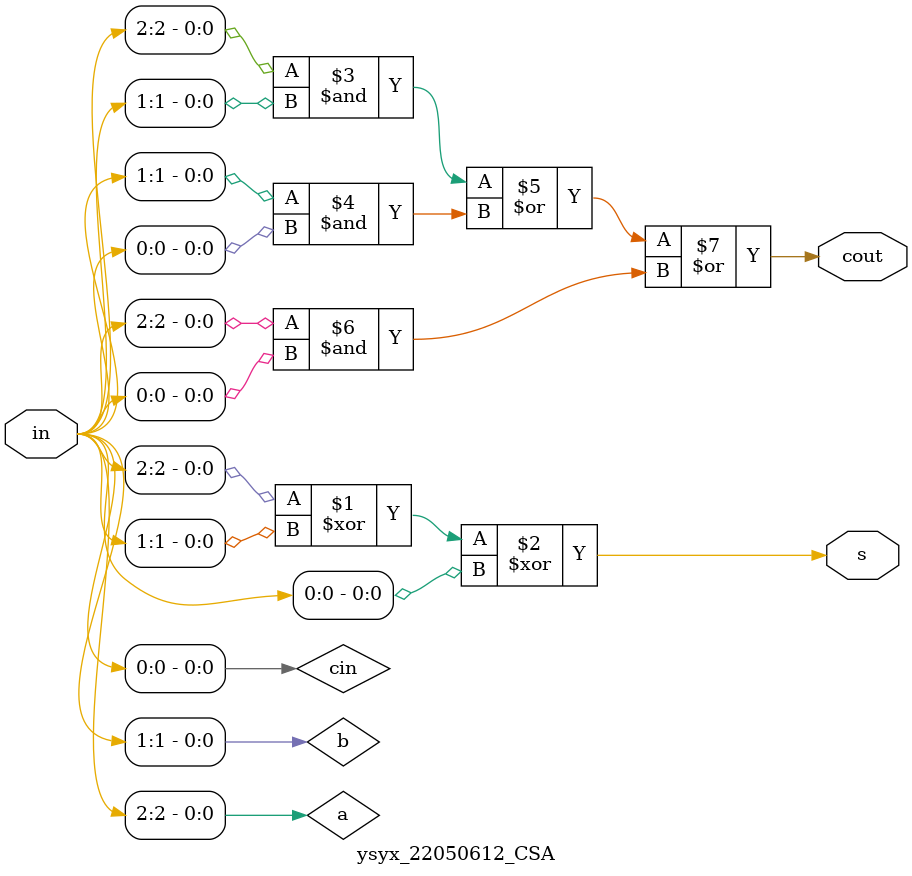
<source format=v>
module ysyx_22050612_CSA(
  input [2:0] in,
  output cout,s

);
wire a,b,cin;
assign a=in[2];
assign b=in[1];
assign cin=in[0];
assign s = a ^ b ^ cin;
assign cout = a & b | b & cin | a & cin;
endmodule

</source>
